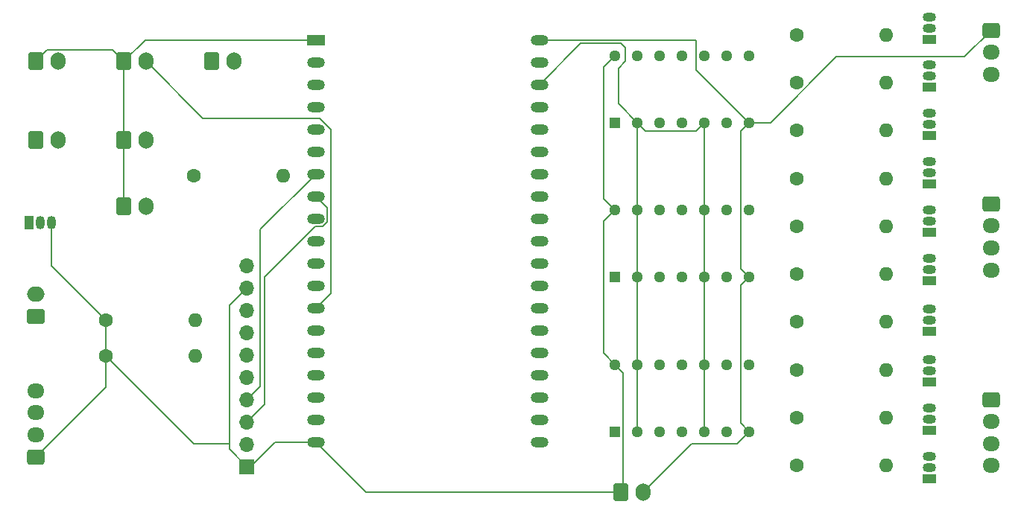
<source format=gtl>
%TF.GenerationSoftware,KiCad,Pcbnew,8.0.4*%
%TF.CreationDate,2024-09-13T19:46:17+02:00*%
%TF.ProjectId,smurf-box,736d7572-662d-4626-9f78-2e6b69636164,rev?*%
%TF.SameCoordinates,Original*%
%TF.FileFunction,Copper,L1,Top*%
%TF.FilePolarity,Positive*%
%FSLAX46Y46*%
G04 Gerber Fmt 4.6, Leading zero omitted, Abs format (unit mm)*
G04 Created by KiCad (PCBNEW 8.0.4) date 2024-09-13 19:46:17*
%MOMM*%
%LPD*%
G01*
G04 APERTURE LIST*
G04 Aperture macros list*
%AMRoundRect*
0 Rectangle with rounded corners*
0 $1 Rounding radius*
0 $2 $3 $4 $5 $6 $7 $8 $9 X,Y pos of 4 corners*
0 Add a 4 corners polygon primitive as box body*
4,1,4,$2,$3,$4,$5,$6,$7,$8,$9,$2,$3,0*
0 Add four circle primitives for the rounded corners*
1,1,$1+$1,$2,$3*
1,1,$1+$1,$4,$5*
1,1,$1+$1,$6,$7*
1,1,$1+$1,$8,$9*
0 Add four rect primitives between the rounded corners*
20,1,$1+$1,$2,$3,$4,$5,0*
20,1,$1+$1,$4,$5,$6,$7,0*
20,1,$1+$1,$6,$7,$8,$9,0*
20,1,$1+$1,$8,$9,$2,$3,0*%
G04 Aperture macros list end*
%TA.AperFunction,ComponentPad*%
%ADD10R,1.295400X1.295400*%
%TD*%
%TA.AperFunction,ComponentPad*%
%ADD11C,1.295400*%
%TD*%
%TA.AperFunction,ComponentPad*%
%ADD12R,2.000000X1.200000*%
%TD*%
%TA.AperFunction,ComponentPad*%
%ADD13O,2.000000X1.200000*%
%TD*%
%TA.AperFunction,ComponentPad*%
%ADD14RoundRect,0.250000X-0.600000X-0.750000X0.600000X-0.750000X0.600000X0.750000X-0.600000X0.750000X0*%
%TD*%
%TA.AperFunction,ComponentPad*%
%ADD15O,1.700000X2.000000*%
%TD*%
%TA.AperFunction,ComponentPad*%
%ADD16C,1.600000*%
%TD*%
%TA.AperFunction,ComponentPad*%
%ADD17O,1.600000X1.600000*%
%TD*%
%TA.AperFunction,ComponentPad*%
%ADD18R,1.050000X1.500000*%
%TD*%
%TA.AperFunction,ComponentPad*%
%ADD19O,1.050000X1.500000*%
%TD*%
%TA.AperFunction,ComponentPad*%
%ADD20R,1.500000X1.050000*%
%TD*%
%TA.AperFunction,ComponentPad*%
%ADD21O,1.500000X1.050000*%
%TD*%
%TA.AperFunction,ComponentPad*%
%ADD22RoundRect,0.250000X-0.725000X0.600000X-0.725000X-0.600000X0.725000X-0.600000X0.725000X0.600000X0*%
%TD*%
%TA.AperFunction,ComponentPad*%
%ADD23O,1.950000X1.700000*%
%TD*%
%TA.AperFunction,ComponentPad*%
%ADD24RoundRect,0.250000X0.750000X-0.600000X0.750000X0.600000X-0.750000X0.600000X-0.750000X-0.600000X0*%
%TD*%
%TA.AperFunction,ComponentPad*%
%ADD25O,2.000000X1.700000*%
%TD*%
%TA.AperFunction,ComponentPad*%
%ADD26RoundRect,0.250000X0.725000X-0.600000X0.725000X0.600000X-0.725000X0.600000X-0.725000X-0.600000X0*%
%TD*%
%TA.AperFunction,ComponentPad*%
%ADD27R,1.700000X1.700000*%
%TD*%
%TA.AperFunction,ComponentPad*%
%ADD28O,1.700000X1.700000*%
%TD*%
%TA.AperFunction,Conductor*%
%ADD29C,0.200000*%
%TD*%
G04 APERTURE END LIST*
D10*
%TO.P,U4,1,1A*%
%TO.N,Net-(U1-GPIO19)*%
X114800000Y-89000000D03*
D11*
%TO.P,U4,2,1B*%
%TO.N,Net-(U1-GPIO22)*%
X117340000Y-89000000D03*
%TO.P,U4,3,1Y*%
%TO.N,Net-(U4-1Y)*%
X119880000Y-89000000D03*
%TO.P,U4,4,2A*%
%TO.N,Net-(U1-GPIO21)*%
X122420000Y-89000000D03*
%TO.P,U4,5,2B*%
%TO.N,Net-(U1-GPIO22)*%
X124960000Y-89000000D03*
%TO.P,U4,6,2Y*%
%TO.N,Net-(U4-2Y)*%
X127500000Y-89000000D03*
%TO.P,U4,7,GND*%
%TO.N,GND*%
X130040000Y-89000000D03*
%TO.P,U4,8,3Y*%
%TO.N,unconnected-(U4-3Y-Pad8)*%
X130040000Y-81380000D03*
%TO.P,U4,9,3A*%
%TO.N,unconnected-(U4-3A-Pad9)*%
X127500000Y-81380000D03*
%TO.P,U4,10,3B*%
%TO.N,unconnected-(U4-3B-Pad10)*%
X124960000Y-81380000D03*
%TO.P,U4,11,4Y*%
%TO.N,unconnected-(U4-4Y-Pad11)*%
X122420000Y-81380000D03*
%TO.P,U4,12,4A*%
%TO.N,unconnected-(U4-4A-Pad12)*%
X119880000Y-81380000D03*
%TO.P,U4,13,4B*%
%TO.N,unconnected-(U4-4B-Pad13)*%
X117340000Y-81380000D03*
%TO.P,U4,14,VCC*%
%TO.N,+5V*%
X114800000Y-81380000D03*
%TD*%
D10*
%TO.P,U2,1,1A*%
%TO.N,Net-(U1-MTDO{slash}GPIO15{slash}ADC2_CH3)*%
X114800000Y-124120000D03*
D11*
%TO.P,U2,2,1B*%
%TO.N,Net-(U1-GPIO22)*%
X117340000Y-124120000D03*
%TO.P,U2,3,1Y*%
%TO.N,Net-(U2-1Y)*%
X119880000Y-124120000D03*
%TO.P,U2,4,2A*%
%TO.N,Net-(U1-ADC2_CH2{slash}GPIO2)*%
X122420000Y-124120000D03*
%TO.P,U2,5,2B*%
%TO.N,Net-(U1-GPIO22)*%
X124960000Y-124120000D03*
%TO.P,U2,6,2Y*%
%TO.N,Net-(U2-2Y)*%
X127500000Y-124120000D03*
%TO.P,U2,7,GND*%
%TO.N,GND*%
X130040000Y-124120000D03*
%TO.P,U2,8,3Y*%
%TO.N,Net-(U2-3Y)*%
X130040000Y-116500000D03*
%TO.P,U2,9,3A*%
%TO.N,Net-(U1-ADC2_CH0{slash}GPIO4)*%
X127500000Y-116500000D03*
%TO.P,U2,10,3B*%
%TO.N,Net-(U1-GPIO22)*%
X124960000Y-116500000D03*
%TO.P,U2,11,4Y*%
%TO.N,Net-(U2-4Y)*%
X122420000Y-116500000D03*
%TO.P,U2,12,4A*%
%TO.N,Net-(U1-GPIO0{slash}BOOT{slash}ADC2_CH1)*%
X119880000Y-116500000D03*
%TO.P,U2,13,4B*%
%TO.N,Net-(U1-GPIO22)*%
X117340000Y-116500000D03*
%TO.P,U2,14,VCC*%
%TO.N,+5V*%
X114800000Y-116500000D03*
%TD*%
D12*
%TO.P,U1,1,3V3*%
%TO.N,+3V3*%
X80800000Y-79596560D03*
D13*
%TO.P,U1,2,CHIP_PU*%
%TO.N,unconnected-(U1-CHIP_PU-Pad2)*%
X80800000Y-82136560D03*
%TO.P,U1,3,SENSOR_VP/GPIO36/ADC1_CH0*%
%TO.N,unconnected-(U1-SENSOR_VP{slash}GPIO36{slash}ADC1_CH0-Pad3)*%
X80800000Y-84676560D03*
%TO.P,U1,4,SENSOR_VN/GPIO39/ADC1_CH3*%
%TO.N,unconnected-(U1-SENSOR_VN{slash}GPIO39{slash}ADC1_CH3-Pad4)*%
X80800000Y-87216560D03*
%TO.P,U1,5,VDET_1/GPIO34/ADC1_CH6*%
%TO.N,unconnected-(U1-VDET_1{slash}GPIO34{slash}ADC1_CH6-Pad5)*%
X80800000Y-89756560D03*
%TO.P,U1,6,VDET_2/GPIO35/ADC1_CH7*%
%TO.N,unconnected-(U1-VDET_2{slash}GPIO35{slash}ADC1_CH7-Pad6)*%
X80800000Y-92296560D03*
%TO.P,U1,7,32K_XP/GPIO32/ADC1_CH4*%
%TO.N,Net-(DAC1-Pin_4)*%
X80800000Y-94836560D03*
%TO.P,U1,8,32K_XN/GPIO33/ADC1_CH5*%
%TO.N,Net-(DAC1-Pin_3)*%
X80800000Y-97376560D03*
%TO.P,U1,9,DAC_1/ADC2_CH8/GPIO25*%
%TO.N,Net-(GPS1-Pin_2)*%
X80800000Y-99916560D03*
%TO.P,U1,10,DAC_2/ADC2_CH9/GPIO26*%
%TO.N,Net-(GPS1-Pin_1)*%
X80800000Y-102456560D03*
%TO.P,U1,11,ADC2_CH7/GPIO27*%
%TO.N,Net-(LAP/MT1-Pin_2)*%
X80800000Y-104996560D03*
%TO.P,U1,12,MTMS/GPIO14/ADC2_CH6*%
%TO.N,Net-(FCK1-Pin_2)*%
X80800000Y-107536560D03*
%TO.P,U1,13,MTDI/GPIO12/ADC2_CH5*%
%TO.N,Net-(PIT1-Pin_2)*%
X80800000Y-110076560D03*
%TO.P,U1,14,GND*%
%TO.N,GND*%
X80800000Y-112616560D03*
%TO.P,U1,15,MTCK/GPIO13/ADC2_CH4*%
%TO.N,Net-(TIMER1-Pin_2)*%
X80800000Y-115156560D03*
%TO.P,U1,16,SD_DATA2/GPIO9*%
%TO.N,unconnected-(U1-SD_DATA2{slash}GPIO9-Pad16)*%
X80800000Y-117696560D03*
%TO.P,U1,17,SD_DATA3/GPIO10*%
%TO.N,unconnected-(U1-SD_DATA3{slash}GPIO10-Pad17)*%
X80800000Y-120236560D03*
%TO.P,U1,18,CMD*%
%TO.N,unconnected-(U1-CMD-Pad18)*%
X80800000Y-122776560D03*
%TO.P,U1,19,5V*%
%TO.N,+5V*%
X80800000Y-125316560D03*
%TO.P,U1,20,SD_CLK/GPIO6*%
%TO.N,unconnected-(U1-SD_CLK{slash}GPIO6-Pad20)*%
X106196320Y-125313840D03*
%TO.P,U1,21,SD_DATA0/GPIO7*%
%TO.N,unconnected-(U1-SD_DATA0{slash}GPIO7-Pad21)*%
X106196320Y-122773840D03*
%TO.P,U1,22,SD_DATA1/GPIO8*%
%TO.N,unconnected-(U1-SD_DATA1{slash}GPIO8-Pad22)*%
X106200000Y-120236560D03*
%TO.P,U1,23,MTDO/GPIO15/ADC2_CH3*%
%TO.N,Net-(U1-MTDO{slash}GPIO15{slash}ADC2_CH3)*%
X106200000Y-117696560D03*
%TO.P,U1,24,ADC2_CH2/GPIO2*%
%TO.N,Net-(U1-ADC2_CH2{slash}GPIO2)*%
X106200000Y-115156560D03*
%TO.P,U1,25,GPIO0/BOOT/ADC2_CH1*%
%TO.N,Net-(U1-GPIO0{slash}BOOT{slash}ADC2_CH1)*%
X106200000Y-112616560D03*
%TO.P,U1,26,ADC2_CH0/GPIO4*%
%TO.N,Net-(U1-ADC2_CH0{slash}GPIO4)*%
X106200000Y-110076560D03*
%TO.P,U1,27,GPIO16*%
%TO.N,Net-(U1-GPIO16)*%
X106200000Y-107536560D03*
%TO.P,U1,28,GPIO17*%
%TO.N,Net-(U1-GPIO17)*%
X106200000Y-104996560D03*
%TO.P,U1,29,GPIO5*%
%TO.N,Net-(U1-GPIO5)*%
X106200000Y-102456560D03*
%TO.P,U1,30,GPIO18*%
%TO.N,Net-(U1-GPIO18)*%
X106200000Y-99916560D03*
%TO.P,U1,31,GPIO19*%
%TO.N,Net-(U1-GPIO19)*%
X106200000Y-97376560D03*
%TO.P,U1,32,GND*%
%TO.N,GND*%
X106200000Y-94836560D03*
%TO.P,U1,33,GPIO21*%
%TO.N,Net-(U1-GPIO21)*%
X106200000Y-92296560D03*
%TO.P,U1,34,U0RXD/GPIO3*%
%TO.N,unconnected-(U1-U0RXD{slash}GPIO3-Pad34)*%
X106200000Y-89756560D03*
%TO.P,U1,35,U0TXD/GPIO1*%
%TO.N,unconnected-(U1-U0TXD{slash}GPIO1-Pad35)*%
X106200000Y-87216560D03*
%TO.P,U1,36,GPIO22*%
%TO.N,Net-(U1-GPIO22)*%
X106200000Y-84676560D03*
%TO.P,U1,37,GPIO23*%
%TO.N,Net-(U1-GPIO23)*%
X106200000Y-82136560D03*
%TO.P,U1,38,GND*%
%TO.N,GND*%
X106200000Y-79596560D03*
%TD*%
D14*
%TO.P,TIMER1,1,Pin_1*%
%TO.N,+3V3*%
X59000000Y-98500000D03*
D15*
%TO.P,TIMER1,2,Pin_2*%
%TO.N,Net-(TIMER1-Pin_2)*%
X61500000Y-98500000D03*
%TD*%
D16*
%TO.P,R13,1*%
%TO.N,+5V*%
X56920000Y-115500000D03*
D17*
%TO.P,R13,2*%
%TO.N,Net-(DAC1-Pin_10)*%
X67080000Y-115500000D03*
%TD*%
D16*
%TO.P,R12,1*%
%TO.N,+5V*%
X56920000Y-111450000D03*
D17*
%TO.P,R12,2*%
%TO.N,Net-(Bosch1-Pin_4)*%
X67080000Y-111450000D03*
%TD*%
D16*
%TO.P,R11,1*%
%TO.N,Net-(Q11-B)*%
X66920000Y-95000000D03*
D17*
%TO.P,R11,2*%
%TO.N,Net-(U1-GPIO23)*%
X77080000Y-95000000D03*
%TD*%
D16*
%TO.P,R10,1*%
%TO.N,Net-(U4-2Y)*%
X135445000Y-79000000D03*
D17*
%TO.P,R10,2*%
%TO.N,Net-(Q10-B)*%
X145605000Y-79000000D03*
%TD*%
D16*
%TO.P,R9,1*%
%TO.N,Net-(U4-1Y)*%
X135445000Y-84444444D03*
D17*
%TO.P,R9,2*%
%TO.N,Net-(Q9-B)*%
X145605000Y-84444444D03*
%TD*%
D16*
%TO.P,R8,1*%
%TO.N,Net-(U3-3Y)*%
X135445000Y-89888888D03*
D17*
%TO.P,R8,2*%
%TO.N,Net-(Q8-B)*%
X145605000Y-89888888D03*
%TD*%
D16*
%TO.P,R7,1*%
%TO.N,Net-(U3-4Y)*%
X135445000Y-95333332D03*
D17*
%TO.P,R7,2*%
%TO.N,Net-(Q7-B)*%
X145605000Y-95333332D03*
%TD*%
D16*
%TO.P,R6,1*%
%TO.N,Net-(U3-2Y)*%
X135445000Y-100777776D03*
D17*
%TO.P,R6,2*%
%TO.N,Net-(Q6-B)*%
X145605000Y-100777776D03*
%TD*%
D16*
%TO.P,R5,1*%
%TO.N,Net-(U3-1Y)*%
X135445000Y-106222220D03*
D17*
%TO.P,R5,2*%
%TO.N,Net-(Q5-B)*%
X145605000Y-106222220D03*
%TD*%
D16*
%TO.P,R4,1*%
%TO.N,Net-(U2-3Y)*%
X135445000Y-111666664D03*
D17*
%TO.P,R4,2*%
%TO.N,Net-(Q4-B)*%
X145605000Y-111666664D03*
%TD*%
D16*
%TO.P,R3,1*%
%TO.N,Net-(U2-4Y)*%
X135445000Y-117111108D03*
D17*
%TO.P,R3,2*%
%TO.N,Net-(Q1-B)*%
X145605000Y-117111108D03*
%TD*%
D16*
%TO.P,R2,1*%
%TO.N,Net-(U2-2Y)*%
X135445000Y-122555552D03*
D17*
%TO.P,R2,2*%
%TO.N,Net-(Q3-B)*%
X145605000Y-122555552D03*
%TD*%
%TO.P,R1,2*%
%TO.N,Net-(Q2-B)*%
X145605000Y-128000000D03*
D16*
%TO.P,R1,1*%
%TO.N,Net-(U2-1Y)*%
X135445000Y-128000000D03*
%TD*%
D18*
%TO.P,Q11,1,E*%
%TO.N,Net-(LAP/MTLED1-Pin_1)*%
X48230000Y-100360000D03*
D19*
%TO.P,Q11,2,B*%
%TO.N,Net-(Q11-B)*%
X49500000Y-100360000D03*
%TO.P,Q11,3,C*%
%TO.N,+5V*%
X50770000Y-100360000D03*
%TD*%
D20*
%TO.P,Q10,1,E*%
%TO.N,Net-(J4-Pin_2)*%
X150525000Y-79500000D03*
D21*
%TO.P,Q10,2,B*%
%TO.N,Net-(Q10-B)*%
X150525000Y-78230000D03*
%TO.P,Q10,3,C*%
%TO.N,+5V*%
X150525000Y-76960000D03*
%TD*%
D20*
%TO.P,Q9,1,E*%
%TO.N,Net-(J4-Pin_3)*%
X150525000Y-85000000D03*
D21*
%TO.P,Q9,2,B*%
%TO.N,Net-(Q9-B)*%
X150525000Y-83730000D03*
%TO.P,Q9,3,C*%
%TO.N,+5V*%
X150525000Y-82460000D03*
%TD*%
D20*
%TO.P,Q8,1,E*%
%TO.N,Net-(J3-Pin_1)*%
X150525000Y-90500000D03*
D21*
%TO.P,Q8,2,B*%
%TO.N,Net-(Q8-B)*%
X150525000Y-89230000D03*
%TO.P,Q8,3,C*%
%TO.N,+5V*%
X150525000Y-87960000D03*
%TD*%
D20*
%TO.P,Q7,1,E*%
%TO.N,Net-(J3-Pin_2)*%
X150525000Y-96000000D03*
D21*
%TO.P,Q7,2,B*%
%TO.N,Net-(Q7-B)*%
X150525000Y-94730000D03*
%TO.P,Q7,3,C*%
%TO.N,+5V*%
X150525000Y-93460000D03*
%TD*%
D20*
%TO.P,Q6,1,E*%
%TO.N,Net-(J3-Pin_3)*%
X150525000Y-101500000D03*
D21*
%TO.P,Q6,2,B*%
%TO.N,Net-(Q6-B)*%
X150525000Y-100230000D03*
%TO.P,Q6,3,C*%
%TO.N,+5V*%
X150525000Y-98960000D03*
%TD*%
D20*
%TO.P,Q5,1,E*%
%TO.N,Net-(J3-Pin_4)*%
X150525000Y-107000000D03*
D21*
%TO.P,Q5,2,B*%
%TO.N,Net-(Q5-B)*%
X150525000Y-105730000D03*
%TO.P,Q5,3,C*%
%TO.N,+5V*%
X150525000Y-104460000D03*
%TD*%
D20*
%TO.P,Q4,1,E*%
%TO.N,Net-(J1-Pin_1)*%
X150525000Y-112770000D03*
D21*
%TO.P,Q4,2,B*%
%TO.N,Net-(Q4-B)*%
X150525000Y-111500000D03*
%TO.P,Q4,3,C*%
%TO.N,+5V*%
X150525000Y-110230000D03*
%TD*%
D20*
%TO.P,Q3,1,E*%
%TO.N,Net-(J1-Pin_3)*%
X150525000Y-124000000D03*
D21*
%TO.P,Q3,2,B*%
%TO.N,Net-(Q3-B)*%
X150525000Y-122730000D03*
%TO.P,Q3,3,C*%
%TO.N,+5V*%
X150525000Y-121460000D03*
%TD*%
D20*
%TO.P,Q2,1,E*%
%TO.N,Net-(J1-Pin_4)*%
X150500000Y-129500000D03*
D21*
%TO.P,Q2,2,B*%
%TO.N,Net-(Q2-B)*%
X150500000Y-128230000D03*
%TO.P,Q2,3,C*%
%TO.N,+5V*%
X150500000Y-126960000D03*
%TD*%
D20*
%TO.P,Q1,1,E*%
%TO.N,Net-(J1-Pin_2)*%
X150525000Y-118500000D03*
D21*
%TO.P,Q1,2,B*%
%TO.N,Net-(Q1-B)*%
X150525000Y-117230000D03*
%TO.P,Q1,3,C*%
%TO.N,+5V*%
X150525000Y-115960000D03*
%TD*%
D14*
%TO.P,PowerConnector1,1,Pin_1*%
%TO.N,+5V*%
X115500000Y-131000000D03*
D15*
%TO.P,PowerConnector1,2,Pin_2*%
%TO.N,GND*%
X118000000Y-131000000D03*
%TD*%
D14*
%TO.P,PIT1,1,Pin_1*%
%TO.N,+3V3*%
X59000000Y-82000000D03*
D15*
%TO.P,PIT1,2,Pin_2*%
%TO.N,Net-(PIT1-Pin_2)*%
X61500000Y-82000000D03*
%TD*%
D14*
%TO.P,LAP/MTLED1,1,Pin_1*%
%TO.N,Net-(LAP/MTLED1-Pin_1)*%
X49000000Y-91000000D03*
D15*
%TO.P,LAP/MTLED1,2,Pin_2*%
%TO.N,GND*%
X51500000Y-91000000D03*
%TD*%
D14*
%TO.P,LAP/MT1,1,Pin_1*%
%TO.N,+3V3*%
X49000000Y-82000000D03*
D15*
%TO.P,LAP/MT1,2,Pin_2*%
%TO.N,Net-(LAP/MT1-Pin_2)*%
X51500000Y-82000000D03*
%TD*%
D22*
%TO.P,J4,1,Pin_1*%
%TO.N,GND*%
X157525000Y-78500000D03*
D23*
%TO.P,J4,2,Pin_2*%
%TO.N,Net-(J4-Pin_2)*%
X157525000Y-81000000D03*
%TO.P,J4,3,Pin_3*%
%TO.N,Net-(J4-Pin_3)*%
X157525000Y-83500000D03*
%TD*%
D22*
%TO.P,J3,1,Pin_1*%
%TO.N,Net-(J3-Pin_1)*%
X157525000Y-98250000D03*
D23*
%TO.P,J3,2,Pin_2*%
%TO.N,Net-(J3-Pin_2)*%
X157525000Y-100750000D03*
%TO.P,J3,3,Pin_3*%
%TO.N,Net-(J3-Pin_3)*%
X157525000Y-103250000D03*
%TO.P,J3,4,Pin_4*%
%TO.N,Net-(J3-Pin_4)*%
X157525000Y-105750000D03*
%TD*%
D22*
%TO.P,J1,1,Pin_1*%
%TO.N,Net-(J1-Pin_1)*%
X157525000Y-120500000D03*
D23*
%TO.P,J1,2,Pin_2*%
%TO.N,Net-(J1-Pin_2)*%
X157525000Y-123000000D03*
%TO.P,J1,3,Pin_3*%
%TO.N,Net-(J1-Pin_3)*%
X157525000Y-125500000D03*
%TO.P,J1,4,Pin_4*%
%TO.N,Net-(J1-Pin_4)*%
X157525000Y-128000000D03*
%TD*%
D14*
%TO.P,GPS1,1,Pin_1*%
%TO.N,Net-(GPS1-Pin_1)*%
X69000000Y-82000000D03*
D15*
%TO.P,GPS1,2,Pin_2*%
%TO.N,Net-(GPS1-Pin_2)*%
X71500000Y-82000000D03*
%TD*%
D24*
%TO.P,Fuel1,1,Pin_1*%
%TO.N,Net-(DAC1-Pin_10)*%
X49000000Y-111000000D03*
D25*
%TO.P,Fuel1,2,Pin_2*%
%TO.N,GND*%
X49000000Y-108500000D03*
%TD*%
D14*
%TO.P,FCK1,1,Pin_1*%
%TO.N,+3V3*%
X59000000Y-91000000D03*
D15*
%TO.P,FCK1,2,Pin_2*%
%TO.N,Net-(FCK1-Pin_2)*%
X61500000Y-91000000D03*
%TD*%
D26*
%TO.P,Bosch1,1,Pin_1*%
%TO.N,+5V*%
X49000000Y-127000000D03*
D23*
%TO.P,Bosch1,2,Pin_2*%
%TO.N,GND*%
X49000000Y-124500000D03*
%TO.P,Bosch1,3,Pin_3*%
%TO.N,Net-(Bosch1-Pin_3)*%
X49000000Y-122000000D03*
%TO.P,Bosch1,4,Pin_4*%
%TO.N,Net-(Bosch1-Pin_4)*%
X49000000Y-119500000D03*
%TD*%
D10*
%TO.P,U3,1,1A*%
%TO.N,Net-(U1-GPIO16)*%
X114800000Y-106560000D03*
D11*
%TO.P,U3,2,1B*%
%TO.N,Net-(U1-GPIO22)*%
X117340000Y-106560000D03*
%TO.P,U3,3,1Y*%
%TO.N,Net-(U3-1Y)*%
X119880000Y-106560000D03*
%TO.P,U3,4,2A*%
%TO.N,Net-(U1-GPIO17)*%
X122420000Y-106560000D03*
%TO.P,U3,5,2B*%
%TO.N,Net-(U1-GPIO22)*%
X124960000Y-106560000D03*
%TO.P,U3,6,2Y*%
%TO.N,Net-(U3-2Y)*%
X127500000Y-106560000D03*
%TO.P,U3,7,GND*%
%TO.N,GND*%
X130040000Y-106560000D03*
%TO.P,U3,8,3Y*%
%TO.N,Net-(U3-3Y)*%
X130040000Y-98940000D03*
%TO.P,U3,9,3A*%
%TO.N,Net-(U1-GPIO18)*%
X127500000Y-98940000D03*
%TO.P,U3,10,3B*%
%TO.N,Net-(U1-GPIO22)*%
X124960000Y-98940000D03*
%TO.P,U3,11,4Y*%
%TO.N,Net-(U3-4Y)*%
X122420000Y-98940000D03*
%TO.P,U3,12,4A*%
%TO.N,Net-(U1-GPIO5)*%
X119880000Y-98940000D03*
%TO.P,U3,13,4B*%
%TO.N,Net-(U1-GPIO22)*%
X117340000Y-98940000D03*
%TO.P,U3,14,VCC*%
%TO.N,+5V*%
X114800000Y-98940000D03*
%TD*%
D27*
%TO.P,DAC1,1,Pin_1*%
%TO.N,+5V*%
X73000000Y-128120000D03*
D28*
%TO.P,DAC1,2,Pin_2*%
%TO.N,GND*%
X73000000Y-125580000D03*
%TO.P,DAC1,3,Pin_3*%
%TO.N,Net-(DAC1-Pin_3)*%
X73000000Y-123040000D03*
%TO.P,DAC1,4,Pin_4*%
%TO.N,Net-(DAC1-Pin_4)*%
X73000000Y-120500000D03*
%TO.P,DAC1,5,Pin_5*%
%TO.N,GND*%
X73000000Y-117960000D03*
%TO.P,DAC1,6,Pin_6*%
%TO.N,unconnected-(DAC1-Pin_6-Pad6)*%
X73000000Y-115420000D03*
%TO.P,DAC1,7,Pin_7*%
%TO.N,Net-(Bosch1-Pin_3)*%
X73000000Y-112880000D03*
%TO.P,DAC1,8,Pin_8*%
%TO.N,Net-(Bosch1-Pin_4)*%
X73000000Y-110340000D03*
%TO.P,DAC1,9,Pin_9*%
%TO.N,+5V*%
X73000000Y-107800000D03*
%TO.P,DAC1,10,Pin_10*%
%TO.N,Net-(DAC1-Pin_10)*%
X73000000Y-105260000D03*
%TD*%
D29*
%TO.N,+3V3*%
X59000000Y-91000000D02*
X59000000Y-98500000D01*
%TO.N,Net-(DAC1-Pin_3)*%
X75000000Y-121040000D02*
X73000000Y-123040000D01*
X80733440Y-100816560D02*
X75000000Y-106550000D01*
X81572792Y-100816560D02*
X80733440Y-100816560D01*
X75000000Y-106550000D02*
X75000000Y-121040000D01*
X82100000Y-100289352D02*
X81572792Y-100816560D01*
X82100000Y-98676560D02*
X82100000Y-100289352D01*
X80800000Y-97376560D02*
X82100000Y-98676560D01*
%TO.N,Net-(DAC1-Pin_4)*%
X74500000Y-119000000D02*
X73000000Y-120500000D01*
X74500000Y-101136560D02*
X74500000Y-119000000D01*
X80800000Y-94836560D02*
X74500000Y-101136560D01*
%TO.N,+5V*%
X71000000Y-109800000D02*
X73000000Y-107800000D01*
X71000000Y-125500000D02*
X71000000Y-109800000D01*
X76183440Y-125316560D02*
X80800000Y-125316560D01*
X73380000Y-128120000D02*
X76183440Y-125316560D01*
X73000000Y-128120000D02*
X73380000Y-128120000D01*
X66920000Y-125500000D02*
X71000000Y-125500000D01*
X71000000Y-126120000D02*
X71000000Y-125500000D01*
X73000000Y-128120000D02*
X71000000Y-126120000D01*
%TO.N,Net-(PIT1-Pin_2)*%
X82500000Y-108376560D02*
X80800000Y-110076560D01*
X82500000Y-89783768D02*
X82500000Y-108376560D01*
X68000000Y-88500000D02*
X81216232Y-88500000D01*
X61500000Y-82000000D02*
X68000000Y-88500000D01*
X81216232Y-88500000D02*
X82500000Y-89783768D01*
%TO.N,Net-(U1-GPIO22)*%
X110876560Y-80000000D02*
X106200000Y-84676560D01*
X115500000Y-80000000D02*
X110876560Y-80000000D01*
X116000000Y-80500000D02*
X115500000Y-80000000D01*
X115192551Y-82817575D02*
X116000000Y-82010126D01*
X115192551Y-86852551D02*
X115192551Y-82817575D01*
X116000000Y-82010126D02*
X116000000Y-80500000D01*
X117340000Y-89000000D02*
X115192551Y-86852551D01*
%TO.N,GND*%
X128660000Y-125500000D02*
X130040000Y-124120000D01*
X123500000Y-125500000D02*
X128660000Y-125500000D01*
X118000000Y-131000000D02*
X123500000Y-125500000D01*
%TO.N,Net-(U1-GPIO22)*%
X124012300Y-89947700D02*
X124960000Y-89000000D01*
X118287700Y-89947700D02*
X124012300Y-89947700D01*
X117340000Y-89000000D02*
X118287700Y-89947700D01*
X117340000Y-98940000D02*
X117340000Y-106560000D01*
X124960000Y-116500000D02*
X124960000Y-124120000D01*
X117340000Y-124120000D02*
X117340000Y-116500000D01*
X117340000Y-116500000D02*
X117340000Y-106560000D01*
X124960000Y-106560000D02*
X124960000Y-116500000D01*
X124960000Y-98940000D02*
X124960000Y-106560000D01*
X124960000Y-89000000D02*
X124960000Y-98940000D01*
X117340000Y-89000000D02*
X117340000Y-98940000D01*
%TO.N,GND*%
X124012300Y-79596560D02*
X106200000Y-79596560D01*
X130040000Y-89000000D02*
X124012300Y-82972300D01*
X124012300Y-82972300D02*
X124012300Y-79596560D01*
%TO.N,+5V*%
X113500000Y-115200000D02*
X114800000Y-116500000D01*
X113500000Y-100240000D02*
X113500000Y-115200000D01*
X114800000Y-98940000D02*
X113500000Y-100240000D01*
X113500000Y-97640000D02*
X114800000Y-98940000D01*
X113500000Y-82680000D02*
X113500000Y-97640000D01*
X114800000Y-81380000D02*
X113500000Y-82680000D01*
%TO.N,+3V3*%
X57700000Y-80700000D02*
X59000000Y-82000000D01*
X50300000Y-80700000D02*
X57700000Y-80700000D01*
X49000000Y-82000000D02*
X50300000Y-80700000D01*
X59000000Y-82000000D02*
X59000000Y-91000000D01*
X61403440Y-79596560D02*
X59000000Y-82000000D01*
X80800000Y-79596560D02*
X61403440Y-79596560D01*
%TO.N,+5V*%
X56920000Y-119080000D02*
X49000000Y-127000000D01*
X56920000Y-115500000D02*
X56920000Y-119080000D01*
X56920000Y-111450000D02*
X50770000Y-105300000D01*
X50770000Y-105300000D02*
X50770000Y-100360000D01*
X56920000Y-115500000D02*
X56920000Y-111450000D01*
X66920000Y-125500000D02*
X56920000Y-115500000D01*
%TO.N,GND*%
X72683440Y-125316560D02*
X72500000Y-125500000D01*
X132445079Y-89000000D02*
X130040000Y-89000000D01*
X154525000Y-81500000D02*
X139945079Y-81500000D01*
X139945079Y-81500000D02*
X132445079Y-89000000D01*
X157525000Y-78500000D02*
X154525000Y-81500000D01*
X129092300Y-105612300D02*
X129092300Y-89947700D01*
X130040000Y-106560000D02*
X129092300Y-105612300D01*
X129092300Y-89947700D02*
X130040000Y-89000000D01*
X129092300Y-107507700D02*
X130040000Y-106560000D01*
X129092300Y-123172300D02*
X129092300Y-107507700D01*
X130040000Y-124120000D02*
X129092300Y-123172300D01*
%TO.N,+5V*%
X86483440Y-131000000D02*
X80800000Y-125316560D01*
X115500000Y-131000000D02*
X86483440Y-131000000D01*
X115747700Y-117447700D02*
X115747700Y-130752300D01*
X114800000Y-116500000D02*
X115747700Y-117447700D01*
X115747700Y-130752300D02*
X115500000Y-131000000D01*
%TD*%
M02*

</source>
